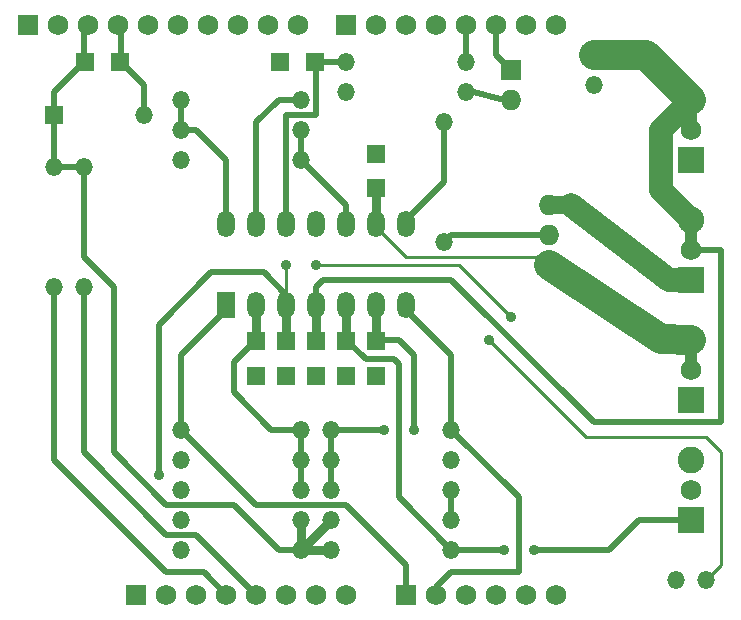
<source format=gtl>
G04 (created by PCBNEW (22-Jun-2014 BZR 4027)-stable) date Sat 31 Mar 2018 01:43:06 AM CDT*
%MOIN*%
G04 Gerber Fmt 3.4, Leading zero omitted, Abs format*
%FSLAX34Y34*%
G01*
G70*
G90*
G04 APERTURE LIST*
%ADD10C,0.00590551*%
%ADD11R,0.059X0.059*%
%ADD12O,0.059X0.059*%
%ADD13R,0.059X0.0885*%
%ADD14O,0.059X0.0885*%
%ADD15R,0.064X0.059*%
%ADD16R,0.059X0.064*%
%ADD17R,0.069X0.069*%
%ADD18C,0.069*%
%ADD19O,0.069X0.069*%
%ADD20R,0.089X0.089*%
%ADD21C,0.089*%
%ADD22C,0.035*%
%ADD23C,0.03*%
%ADD24C,0.02*%
%ADD25C,0.08*%
%ADD26C,0.04*%
%ADD27C,0.1*%
%ADD28C,0.06*%
%ADD29C,0.01*%
G04 APERTURE END LIST*
G54D10*
G54D11*
X88250Y-50000D03*
G54D12*
X88250Y-51000D03*
G54D13*
X76000Y-58352D03*
G54D14*
X77000Y-58352D03*
X78000Y-58352D03*
X79000Y-58352D03*
X79000Y-55647D03*
X78000Y-55647D03*
X77000Y-55647D03*
X76000Y-55647D03*
X80000Y-58352D03*
X81000Y-58352D03*
X82000Y-58352D03*
X80000Y-55647D03*
X81000Y-55647D03*
X82000Y-55647D03*
G54D15*
X71300Y-50250D03*
X72450Y-50250D03*
G54D16*
X77000Y-59550D03*
X77000Y-60700D03*
X78000Y-59550D03*
X78000Y-60700D03*
X81000Y-54450D03*
X81000Y-53300D03*
X81000Y-59550D03*
X81000Y-60700D03*
X80000Y-59550D03*
X80000Y-60700D03*
X79000Y-59550D03*
X79000Y-60700D03*
G54D17*
X73000Y-68000D03*
G54D18*
X74000Y-68000D03*
X75000Y-68000D03*
X76000Y-68000D03*
X77000Y-68000D03*
X78000Y-68000D03*
X79000Y-68000D03*
X80000Y-68000D03*
G54D17*
X80000Y-49000D03*
G54D18*
X81000Y-49000D03*
X82000Y-49000D03*
X83000Y-49000D03*
X84000Y-49000D03*
X85000Y-49000D03*
X86000Y-49000D03*
X87000Y-49000D03*
G54D17*
X82000Y-68000D03*
G54D18*
X83000Y-68000D03*
X84000Y-68000D03*
X85000Y-68000D03*
X86000Y-68000D03*
X87000Y-68000D03*
G54D17*
X69400Y-49000D03*
G54D18*
X70400Y-49000D03*
X71400Y-49000D03*
X72400Y-49000D03*
X73400Y-49000D03*
X74400Y-49000D03*
X75400Y-49000D03*
X76400Y-49000D03*
X77400Y-49000D03*
X78400Y-49000D03*
G54D17*
X85500Y-50500D03*
G54D19*
X85500Y-51500D03*
G54D12*
X92000Y-67500D03*
X91000Y-67500D03*
G54D20*
X91500Y-53500D03*
G54D21*
X91500Y-51500D03*
G54D18*
X91500Y-52500D03*
G54D20*
X91500Y-57500D03*
G54D21*
X91500Y-55500D03*
G54D18*
X91500Y-56500D03*
G54D20*
X91500Y-61500D03*
G54D21*
X91500Y-59500D03*
G54D18*
X91500Y-60500D03*
G54D20*
X91500Y-65500D03*
G54D21*
X91500Y-63500D03*
G54D18*
X91500Y-64500D03*
G54D12*
X78500Y-51500D03*
X74500Y-51500D03*
X74500Y-53500D03*
X78500Y-53500D03*
X71250Y-57750D03*
X71250Y-53750D03*
X80000Y-50250D03*
X84000Y-50250D03*
G54D11*
X70250Y-52000D03*
G54D12*
X73250Y-52000D03*
X79500Y-62500D03*
X83500Y-62500D03*
X83500Y-63500D03*
X79500Y-63500D03*
X79500Y-64500D03*
X83500Y-64500D03*
X79500Y-66500D03*
X83500Y-66500D03*
X83500Y-65500D03*
X79500Y-65500D03*
X78500Y-62500D03*
X74500Y-62500D03*
X74500Y-63500D03*
X78500Y-63500D03*
X78500Y-64500D03*
X74500Y-64500D03*
X74500Y-65500D03*
X78500Y-65500D03*
X78500Y-66500D03*
X74500Y-66500D03*
X83250Y-56250D03*
X83250Y-52250D03*
X80000Y-51250D03*
X84000Y-51250D03*
X70250Y-57750D03*
X70250Y-53750D03*
X78500Y-52500D03*
X74500Y-52500D03*
G54D15*
X78950Y-50250D03*
X77800Y-50250D03*
G54D17*
X86750Y-57000D03*
G54D19*
X86750Y-56000D03*
X86750Y-55000D03*
G54D22*
X82250Y-62500D03*
X81250Y-62500D03*
X86250Y-66500D03*
X85250Y-66500D03*
X85500Y-58750D03*
X84750Y-59500D03*
X79000Y-57000D03*
X78000Y-57000D03*
X73750Y-64000D03*
G54D23*
X79000Y-59500D02*
X79000Y-58500D01*
G54D24*
X91500Y-56500D02*
X92500Y-56500D01*
X79000Y-57750D02*
X79000Y-58500D01*
X79249Y-57513D02*
X79000Y-57750D01*
X83500Y-57500D02*
X79249Y-57513D01*
X88250Y-62250D02*
X83500Y-57500D01*
X88500Y-62250D02*
X88250Y-62250D01*
X92500Y-62250D02*
X88500Y-62250D01*
X92500Y-56500D02*
X92500Y-62250D01*
G54D25*
X91500Y-55500D02*
X90500Y-54500D01*
X90500Y-52500D02*
X91500Y-51500D01*
X90500Y-54500D02*
X90500Y-52500D01*
G54D26*
X91500Y-56500D02*
X91500Y-55500D01*
G54D27*
X91500Y-51500D02*
X90000Y-50000D01*
X90000Y-50000D02*
X88250Y-50000D01*
G54D26*
X91500Y-51500D02*
X91500Y-52500D01*
G54D24*
X70250Y-57750D02*
X70250Y-63500D01*
X75250Y-67250D02*
X76000Y-68000D01*
X74000Y-67250D02*
X75250Y-67250D01*
X70250Y-63500D02*
X74000Y-67250D01*
X71250Y-57750D02*
X71250Y-63250D01*
X75000Y-66000D02*
X77000Y-68000D01*
X74000Y-66000D02*
X75000Y-66000D01*
X71250Y-63250D02*
X74000Y-66000D01*
X74500Y-62500D02*
X74500Y-60000D01*
X74500Y-60000D02*
X76000Y-58500D01*
X82000Y-67000D02*
X82000Y-67950D01*
X80000Y-65000D02*
X82000Y-67000D01*
X77000Y-65000D02*
X80000Y-65000D01*
X74500Y-62500D02*
X77000Y-65000D01*
X85750Y-64750D02*
X83500Y-62500D01*
X85750Y-67250D02*
X85750Y-64750D01*
X84750Y-67250D02*
X85750Y-67250D01*
X83500Y-67250D02*
X84750Y-67250D01*
X83500Y-60000D02*
X83500Y-62500D01*
X83000Y-67950D02*
X83000Y-67750D01*
X83000Y-67750D02*
X83500Y-67250D01*
X82000Y-58500D02*
X83500Y-60000D01*
X73250Y-52000D02*
X73250Y-51000D01*
X73250Y-51000D02*
X72500Y-50250D01*
X72500Y-50250D02*
X72500Y-49100D01*
X72500Y-49100D02*
X72400Y-49000D01*
X71250Y-53750D02*
X71250Y-56750D01*
X77750Y-66500D02*
X78500Y-66500D01*
X76250Y-65000D02*
X77750Y-66500D01*
X74000Y-65000D02*
X76250Y-65000D01*
X72250Y-63250D02*
X74000Y-65000D01*
X72250Y-57750D02*
X72250Y-63250D01*
X71250Y-56750D02*
X72250Y-57750D01*
X71250Y-53750D02*
X70250Y-53750D01*
X70250Y-53750D02*
X70250Y-52000D01*
X70250Y-52000D02*
X70250Y-51250D01*
X70250Y-51250D02*
X71250Y-50250D01*
X71250Y-50250D02*
X71250Y-49150D01*
X71250Y-49150D02*
X71400Y-49000D01*
G54D23*
X78500Y-66500D02*
X79500Y-66500D01*
X78500Y-66500D02*
X79500Y-65500D01*
X78500Y-65500D02*
X78500Y-66500D01*
G54D24*
X85000Y-49050D02*
X85000Y-50000D01*
X85000Y-50000D02*
X85500Y-50500D01*
X84000Y-50250D02*
X84000Y-49000D01*
X82000Y-55500D02*
X83250Y-54250D01*
X83250Y-54250D02*
X83250Y-52250D01*
G54D28*
X86750Y-55000D02*
X87500Y-55000D01*
G54D25*
X90750Y-57500D02*
X87500Y-55000D01*
X90750Y-57500D02*
X91500Y-57500D01*
G54D24*
X78500Y-51500D02*
X77750Y-51500D01*
X77000Y-52250D02*
X77000Y-55500D01*
X77750Y-51500D02*
X77000Y-52250D01*
X83500Y-64500D02*
X83500Y-65500D01*
X74500Y-52500D02*
X75000Y-52500D01*
X76000Y-53500D02*
X76000Y-55500D01*
X75000Y-52500D02*
X76000Y-53500D01*
X74500Y-51500D02*
X74500Y-52500D01*
X78500Y-53500D02*
X80000Y-55000D01*
X80000Y-55000D02*
X80000Y-55500D01*
X78500Y-52500D02*
X78500Y-53500D01*
X85500Y-51500D02*
X85250Y-51500D01*
X84250Y-51250D02*
X84000Y-51250D01*
X85250Y-51500D02*
X84250Y-51250D01*
X79000Y-50250D02*
X79000Y-52000D01*
X78000Y-52000D02*
X78000Y-55500D01*
X79000Y-52000D02*
X78000Y-52000D01*
X80000Y-50250D02*
X79000Y-50250D01*
X83250Y-56250D02*
X83500Y-56000D01*
X83500Y-56000D02*
X86750Y-56000D01*
G54D23*
X81000Y-58500D02*
X81000Y-59500D01*
G54D24*
X81750Y-59500D02*
X81000Y-59500D01*
X82250Y-60000D02*
X81750Y-59500D01*
X82250Y-62500D02*
X82250Y-60000D01*
X79500Y-62500D02*
X81250Y-62500D01*
X79500Y-63500D02*
X79500Y-62500D01*
X79500Y-64500D02*
X79500Y-63500D01*
X91500Y-65500D02*
X89750Y-65500D01*
X85250Y-66500D02*
X83500Y-66500D01*
X88750Y-66500D02*
X86250Y-66500D01*
X89750Y-65500D02*
X88750Y-66500D01*
G54D23*
X80000Y-58500D02*
X80000Y-59500D01*
G54D24*
X80650Y-60150D02*
X80000Y-59500D01*
X81600Y-60150D02*
X80650Y-60150D01*
X81750Y-60300D02*
X81600Y-60150D01*
X81750Y-64750D02*
X81750Y-60300D01*
X83500Y-66500D02*
X81750Y-64750D01*
X78500Y-64500D02*
X78500Y-63500D01*
X77500Y-62500D02*
X78500Y-62500D01*
X76250Y-61250D02*
X77500Y-62500D01*
X78500Y-63500D02*
X78500Y-62500D01*
X76250Y-60250D02*
X76250Y-61250D01*
X77000Y-59500D02*
X76250Y-60250D01*
G54D23*
X77000Y-58500D02*
X77000Y-59500D01*
G54D29*
X85500Y-58750D02*
X83750Y-57000D01*
X84750Y-59500D02*
X88000Y-62750D01*
X88000Y-62750D02*
X92000Y-62750D01*
X92000Y-62750D02*
X92500Y-63250D01*
X92500Y-63250D02*
X92500Y-67000D01*
X92000Y-67500D02*
X92500Y-67000D01*
X78000Y-57000D02*
X78000Y-58500D01*
X83750Y-57000D02*
X79000Y-57000D01*
G54D24*
X78000Y-58000D02*
X78000Y-58500D01*
X77250Y-57250D02*
X78000Y-58000D01*
X75500Y-57250D02*
X77250Y-57250D01*
X73750Y-59000D02*
X75500Y-57250D01*
X73750Y-60250D02*
X73750Y-59000D01*
X73750Y-64000D02*
X73750Y-60250D01*
G54D23*
X78000Y-58500D02*
X78000Y-59500D01*
G54D29*
X81000Y-55500D02*
X81000Y-55750D01*
X86500Y-56750D02*
X86750Y-57000D01*
X84250Y-56750D02*
X86500Y-56750D01*
X82000Y-56750D02*
X84250Y-56750D01*
X81000Y-55750D02*
X82000Y-56750D01*
G54D26*
X91500Y-60500D02*
X91500Y-59500D01*
G54D23*
X81000Y-55500D02*
X81000Y-54500D01*
G54D27*
X91500Y-59500D02*
X90492Y-59485D01*
X90492Y-59485D02*
X86750Y-57000D01*
M02*

</source>
